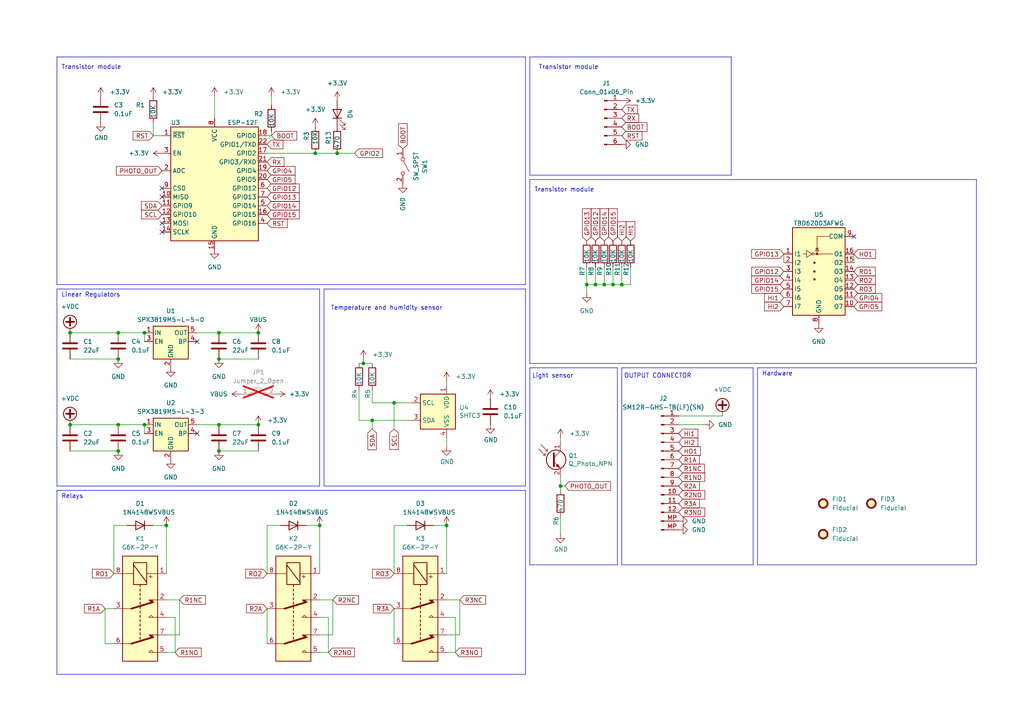
<source format=kicad_sch>
(kicad_sch (version 20230121) (generator eeschema)
  (paper "A4")
  (lib_symbols
    (symbol "Connector:Conn_01x06_Pin" (pin_names (offset 1.016) hide)
      (property "Reference" "J" (at 0 7.62 0))
      (property "Value" "Conn_01x06_Pin" (at 0 -10.16 0))
      (symbol "Conn_01x06_Pin_1_1"
        (pin passive line (at 5.08 5.08 180) (length 3.81) (name "Pin_1") (number "1"))
        (pin passive line (at 5.08 2.54 180) (length 3.81) (name "Pin_2") (number "2"))
        (pin passive line (at 5.08 0 180) (length 3.81) (name "Pin_3") (number "3"))
        (pin passive line (at 5.08 -2.54 180) (length 3.81) (name "Pin_4") (number "4"))
        (pin passive line (at 5.08 -5.08 180) (length 3.81) (name "Pin_5") (number "5"))
        (pin passive line (at 5.08 -7.62 180) (length 3.81) (name "Pin_6") (number "6"))
      )
    )
    (symbol "Connector:Conn_01x14_Pin" (pin_names (offset 1.016) hide)
      (property "Reference" "J" (at 0 17.78 0))
      (property "Value" "Conn_01x14_Pin" (at 0 -20.32 0))
      (symbol "Conn_01x14_Pin_1_1"
        (pin passive line (at 5.08 15.24 180) (length 3.81) (name "Pin_1") (number "1"))
        (pin passive line (at 5.08 -7.62 180) (length 3.81) (name "Pin_10") (number "10"))
        (pin passive line (at 5.08 -10.16 180) (length 3.81) (name "Pin_11") (number "11"))
        (pin passive line (at 5.08 -12.7 180) (length 3.81) (name "Pin_12") (number "12"))
        (pin passive line (at 5.08 12.7 180) (length 3.81) (name "Pin_2") (number "2"))
        (pin passive line (at 5.08 10.16 180) (length 3.81) (name "Pin_3") (number "3"))
        (pin passive line (at 5.08 7.62 180) (length 3.81) (name "Pin_4") (number "4"))
        (pin passive line (at 5.08 5.08 180) (length 3.81) (name "Pin_5") (number "5"))
        (pin passive line (at 5.08 2.54 180) (length 3.81) (name "Pin_6") (number "6"))
        (pin passive line (at 5.08 0 180) (length 3.81) (name "Pin_7") (number "7"))
        (pin passive line (at 5.08 -2.54 180) (length 3.81) (name "Pin_8") (number "8"))
        (pin passive line (at 5.08 -5.08 180) (length 3.81) (name "Pin_9") (number "9"))
        (pin passive line (at 5.08 -15.24 180) (length 3.81) (name "Pin_13") (number "MP"))
        (pin passive line (at 5.08 -17.78 180) (length 3.81) (name "Pin_14") (number "MP"))
      )
    )
    (symbol "Device:C" (pin_numbers hide) (pin_names (offset 0.254))
      (property "Reference" "C" (at 0.635 2.54 0))
      (property "Value" "C" (at 0.635 -2.54 0))
      (symbol "C_1_1"
        (pin passive line (at 0 3.81 270) (length 2.794) (name "~") (number "1"))
        (pin passive line (at 0 -3.81 90) (length 2.794) (name "~") (number "2"))
      )
    )
    (symbol "Device:LED" (pin_numbers hide) (pin_names (offset 1.016) hide)
      (property "Reference" "D" (at 0 2.54 0))
      (property "Value" "LED" (at 0 -2.54 0))
      (symbol "LED_1_1"
        (pin passive line (at -3.81 0 0) (length 2.54) (name "K") (number "1"))
        (pin passive line (at 3.81 0 180) (length 2.54) (name "A") (number "2"))
      )
    )
    (symbol "Device:Q_Photo_NPN" (pin_names (offset 0) hide)
      (property "Reference" "Q" (at 5.08 1.27 0))
      (property "Value" "Q_Photo_NPN" (at 5.08 -1.27 0))
      (symbol "Q_Photo_NPN_1_1"
        (pin passive line (at 2.54 5.08 270) (length 2.54) (name "C") (number "1"))
        (pin passive line (at 2.54 -5.08 90) (length 2.54) (name "E") (number "2"))
      )
    )
    (symbol "Device:R" (pin_numbers hide) (pin_names (offset 0))
      (property "Reference" "R" (at 2.032 0 90))
      (property "Value" "R" (at 0 0 90))
      (symbol "R_1_1"
        (pin passive line (at 0 3.81 270) (length 1.27) (name "~") (number "1"))
        (pin passive line (at 0 -3.81 90) (length 1.27) (name "~") (number "2"))
      )
    )
    (symbol "Diode:1N4148WS" (pin_numbers hide) (pin_names hide)
      (property "Reference" "D" (at 0 2.54 0))
      (property "Value" "1N4148WS" (at 0 -2.54 0))
      (symbol "1N4148WS_1_1"
        (pin passive line (at -3.81 0 0) (length 2.54) (name "K") (number "1"))
        (pin passive line (at 3.81 0 180) (length 2.54) (name "A") (number "2"))
      )
    )
    (symbol "Jumper:Jumper_2_Open" (pin_names (offset 0) hide)
      (property "Reference" "JP" (at 0 2.794 0))
      (property "Value" "Jumper_2_Open" (at 0 -2.286 0))
      (symbol "Jumper_2_Open_1_1"
        (pin passive line (at -5.08 0 0) (length 2.54) (name "A") (number "1"))
        (pin passive line (at 5.08 0 180) (length 2.54) (name "B") (number "2"))
      )
    )
    (symbol "Mechanical:Fiducial"
      (property "Reference" "FID" (at 0 5.08 0))
      (property "Value" "Fiducial" (at 0 3.175 0))
    )
    (symbol "RF_Module:ESP-12F"
      (property "Reference" "U" (at -12.7 19.05 0))
      (property "Value" "ESP-12F" (at 12.7 19.05 0))
      (symbol "ESP-12F_1_1"
        (pin input line (at -15.24 15.24 0) (length 2.54) (name "~{RST}") (number "1"))
        (pin bidirectional line (at -15.24 -2.54 0) (length 2.54) (name "MISO") (number "10"))
        (pin bidirectional line (at -15.24 -5.08 0) (length 2.54) (name "GPIO9") (number "11"))
        (pin bidirectional line (at -15.24 -7.62 0) (length 2.54) (name "GPIO10") (number "12"))
        (pin bidirectional line (at -15.24 -10.16 0) (length 2.54) (name "MOSI") (number "13"))
        (pin bidirectional line (at -15.24 -12.7 0) (length 2.54) (name "SCLK") (number "14"))
        (pin power_in line (at 0 -17.78 90) (length 2.54) (name "GND") (number "15"))
        (pin bidirectional line (at 15.24 -7.62 180) (length 2.54) (name "GPIO15") (number "16"))
        (pin bidirectional line (at 15.24 10.16 180) (length 2.54) (name "GPIO2") (number "17"))
        (pin bidirectional line (at 15.24 15.24 180) (length 2.54) (name "GPIO0") (number "18"))
        (pin bidirectional line (at 15.24 5.08 180) (length 2.54) (name "GPIO4") (number "19"))
        (pin input line (at -15.24 5.08 0) (length 2.54) (name "ADC") (number "2"))
        (pin bidirectional line (at 15.24 2.54 180) (length 2.54) (name "GPIO5") (number "20"))
        (pin bidirectional line (at 15.24 7.62 180) (length 2.54) (name "GPIO3/RXD") (number "21"))
        (pin bidirectional line (at 15.24 12.7 180) (length 2.54) (name "GPIO1/TXD") (number "22"))
        (pin input line (at -15.24 10.16 0) (length 2.54) (name "EN") (number "3"))
        (pin bidirectional line (at 15.24 -10.16 180) (length 2.54) (name "GPIO16") (number "4"))
        (pin bidirectional line (at 15.24 -5.08 180) (length 2.54) (name "GPIO14") (number "5"))
        (pin bidirectional line (at 15.24 0 180) (length 2.54) (name "GPIO12") (number "6"))
        (pin bidirectional line (at 15.24 -2.54 180) (length 2.54) (name "GPIO13") (number "7"))
        (pin power_in line (at 0 20.32 270) (length 2.54) (name "VCC") (number "8"))
        (pin input line (at -15.24 0 0) (length 2.54) (name "CS0") (number "9"))
      )
    )
    (symbol "Regulator_Linear:SPX3819M5-L-3-3" (pin_names (offset 0.254))
      (property "Reference" "U" (at -3.81 5.715 0))
      (property "Value" "SPX3819M5-L-3-3" (at 0 5.715 0))
      (symbol "SPX3819M5-L-3-3_1_1"
        (pin power_in line (at -7.62 2.54 0) (length 2.54) (name "IN") (number "1"))
        (pin power_in line (at 0 -7.62 90) (length 2.54) (name "GND") (number "2"))
        (pin input line (at -7.62 0 0) (length 2.54) (name "EN") (number "3"))
        (pin input line (at 7.62 0 180) (length 2.54) (name "BP") (number "4"))
        (pin power_out line (at 7.62 2.54 180) (length 2.54) (name "OUT") (number "5"))
      )
    )
    (symbol "Regulator_Linear:SPX3819M5-L-5-0" (pin_names (offset 0.254))
      (property "Reference" "U" (at -3.81 5.715 0))
      (property "Value" "SPX3819M5-L-5-0" (at 0 5.715 0))
      (symbol "SPX3819M5-L-5-0_1_1"
        (pin power_in line (at -7.62 2.54 0) (length 2.54) (name "IN") (number "1"))
        (pin power_in line (at 0 -7.62 90) (length 2.54) (name "GND") (number "2"))
        (pin input line (at -7.62 0 0) (length 2.54) (name "EN") (number "3"))
        (pin input line (at 7.62 0 180) (length 2.54) (name "BP") (number "4"))
        (pin power_out line (at 7.62 2.54 180) (length 2.54) (name "OUT") (number "5"))
      )
    )
    (symbol "Relay:G6K-2"
      (property "Reference" "K" (at 16.51 3.81 0))
      (property "Value" "G6K-2" (at 16.51 1.27 0))
      (symbol "G6K-2_0_0"
        (text "+" (at -9.271 2.921 0) (effects (font (size 1.27 1.27))))
      )
      (symbol "G6K-2_1_1"
        (pin passive line (at -10.16 7.62 270) (length 2.54) (name "~") (number "1"))
        (pin passive line (at -2.54 7.62 270) (length 2.54) (name "~") (number "2"))
        (pin passive line (at 0 -7.62 90) (length 2.54) (name "~") (number "3"))
        (pin passive line (at 2.54 7.62 270) (length 2.54) (name "~") (number "4"))
        (pin passive line (at 12.7 7.62 270) (length 2.54) (name "~") (number "5"))
        (pin passive line (at 10.16 -7.62 90) (length 2.54) (name "~") (number "6"))
        (pin passive line (at 7.62 7.62 270) (length 2.54) (name "~") (number "7"))
        (pin passive line (at -10.16 -7.62 90) (length 2.54) (name "~") (number "8"))
      )
    )
    (symbol "Sensor_Humidity:SHTC3"
      (property "Reference" "U" (at -3.81 6.35 0))
      (property "Value" "SHTC3" (at -2.54 -6.35 0))
      (symbol "SHTC3_1_1"
        (pin power_in line (at 2.54 7.62 270) (length 2.54) (name "VDD") (number "1"))
        (pin input line (at -7.62 2.54 0) (length 2.54) (name "SCL") (number "2"))
        (pin bidirectional line (at -7.62 -2.54 0) (length 2.54) (name "SDA") (number "3"))
        (pin power_in line (at 2.54 -7.62 90) (length 2.54) (name "VSS") (number "4"))
        (pin no_connect line (at 5.08 0 180) (length 2.54) hide (name "NC") (number "5"))
      )
    )
    (symbol "Switch:SW_SPST" (pin_names (offset 0) hide)
      (property "Reference" "SW" (at 0 3.175 0))
      (property "Value" "SW_SPST" (at 0 -2.54 0))
      (symbol "SW_SPST_1_1"
        (pin passive line (at -5.08 0 0) (length 2.54) (name "A") (number "1"))
        (pin passive line (at 5.08 0 180) (length 2.54) (name "B") (number "2"))
      )
    )
    (symbol "Transistor_Array:ULN2003A"
      (property "Reference" "U" (at 0 15.875 0))
      (property "Value" "ULN2003A" (at 0 13.97 0))
      (symbol "ULN2003A_1_1"
        (pin input line (at -10.16 5.08 0) (length 2.54) (name "I1") (number "1"))
        (pin open_collector line (at 10.16 -10.16 180) (length 2.54) (name "O7") (number "10"))
        (pin open_collector line (at 10.16 -7.62 180) (length 2.54) (name "O6") (number "11"))
        (pin open_collector line (at 10.16 -5.08 180) (length 2.54) (name "O5") (number "12"))
        (pin open_collector line (at 10.16 -2.54 180) (length 2.54) (name "O4") (number "13"))
        (pin open_collector line (at 10.16 0 180) (length 2.54) (name "O3") (number "14"))
        (pin open_collector line (at 10.16 2.54 180) (length 2.54) (name "O2") (number "15"))
        (pin open_collector line (at 10.16 5.08 180) (length 2.54) (name "O1") (number "16"))
        (pin input line (at -10.16 2.54 0) (length 2.54) (name "I2") (number "2"))
        (pin input line (at -10.16 0 0) (length 2.54) (name "I3") (number "3"))
        (pin input line (at -10.16 -2.54 0) (length 2.54) (name "I4") (number "4"))
        (pin input line (at -10.16 -5.08 0) (length 2.54) (name "I5") (number "5"))
        (pin input line (at -10.16 -7.62 0) (length 2.54) (name "I6") (number "6"))
        (pin input line (at -10.16 -10.16 0) (length 2.54) (name "I7") (number "7"))
        (pin power_in line (at 0 -15.24 90) (length 2.54) (name "GND") (number "8"))
        (pin passive line (at 10.16 10.16 180) (length 2.54) (name "COM") (number "9"))
      )
    )
    (symbol "power:+3.3V" (power) (pin_names (offset 0))
      (property "Value" "+3.3V" (at 0 3.556 0))
      (symbol "+3.3V_1_1"
        (pin power_in line (at 0 0 90) (length 0) hide (name "+3.3V") (number "1"))
      )
    )
    (symbol "power:+VDC" (power) (pin_names (offset 0))
      (property "Value" "+VDC" (at 0 6.35 0))
      (symbol "+VDC_1_1"
        (pin power_in line (at 0 0 90) (length 0) hide (name "+VDC") (number "1"))
      )
    )
    (symbol "power:GND" (power) (pin_names (offset 0))
      (property "Value" "GND" (at 0 -3.81 0))
      (symbol "GND_1_1"
        (pin power_in line (at 0 0 270) (length 0) hide (name "GND") (number "1"))
      )
    )
    (symbol "power:VBUS" (power) (pin_names (offset 0))
      (property "Value" "VBUS" (at 0 3.81 0))
      (symbol "VBUS_1_1"
        (pin power_in line (at 0 0 90) (length 0) hide (name "VBUS") (number "1"))
      )
    )
  )
  (junction (at 63.5 104.14))
  (junction (at 74.93 96.52))
  (junction (at 63.5 123.19))
  (junction (at 20.32 123.19))
  (junction (at 34.29 123.19))
  (junction (at 63.5 96.52))
  (junction (at 34.29 96.52))
  (junction (at 170.18 82.55))
  (junction (at 175.26 82.55))
  (junction (at 107.95 121.92))
  (junction (at 63.5 130.81))
  (junction (at 34.29 104.14))
  (junction (at 48.26 152.4))
  (junction (at 34.29 130.81))
  (junction (at 41.91 123.19))
  (junction (at 74.93 123.19))
  (junction (at 180.34 82.55))
  (junction (at 20.32 96.52))
  (junction (at 41.91 96.52))
  (junction (at 172.72 82.55))
  (junction (at 97.79 44.45))
  (junction (at 177.8 82.55))
  (junction (at 129.54 152.4))
  (junction (at 91.44 44.45))
  (junction (at 105.41 105.41))
  (junction (at 162.56 140.97))
  (junction (at 92.71 152.4))
  (junction (at 114.3 116.84))
  (no_connect (at 46.99 64.77))
  (no_connect (at 46.99 67.31))
  (no_connect (at 247.65 68.58))
  (no_connect (at 46.99 57.15))
  (no_connect (at 57.15 99.06))
  (no_connect (at 46.99 54.61))
  (no_connect (at 57.15 125.73))
  (polyline (pts (xy 153.67 106.68) (xy 153.67 163.83)))
  (polyline (pts (xy 152.4 16.51) (xy 152.4 82.55)))
  (polyline (pts (xy 153.67 16.51) (xy 153.67 50.8)))
  (wire (pts (xy 95.25 189.23) (xy 92.71 189.23)))
  (wire (pts (xy 34.29 123.19) (xy 41.91 123.19)))
  (polyline (pts (xy 152.4 87.63) (xy 152.4 140.97)))
  (wire (pts (xy 129.54 110.49) (xy 129.54 111.76)))
  (wire (pts (xy 129.54 166.37) (xy 129.54 152.4)))
  (wire (pts (xy 20.32 123.19) (xy 34.29 123.19)))
  (wire (pts (xy 163.83 140.97) (xy 162.56 140.97)))
  (polyline (pts (xy 179.07 106.68) (xy 153.67 106.68)))
  (wire (pts (xy 105.41 105.41) (xy 107.95 105.41)))
  (wire (pts (xy 170.18 82.55) (xy 172.72 82.55)))
  (wire (pts (xy 132.08 189.23) (xy 129.54 189.23)))
  (wire (pts (xy 162.56 138.43) (xy 162.56 140.97)))
  (polyline (pts (xy 152.4 82.55) (xy 16.51 82.55)))
  (wire (pts (xy 92.71 166.37) (xy 92.71 152.4)))
  (polyline (pts (xy 219.71 106.68) (xy 219.71 163.83)))
  (wire (pts (xy 129.54 184.15) (xy 133.35 184.15)))
  (wire (pts (xy 162.56 140.97) (xy 162.56 142.24)))
  (polyline (pts (xy 218.44 106.68) (xy 218.44 163.83)))
  (wire (pts (xy 119.38 116.84) (xy 114.3 116.84)))
  (wire (pts (xy 20.32 130.81) (xy 34.29 130.81)))
  (wire (pts (xy 227.33 73.66) (xy 227.33 76.2)))
  (wire (pts (xy 107.95 121.92) (xy 107.95 124.46)))
  (wire (pts (xy 105.41 104.14) (xy 105.41 105.41)))
  (polyline (pts (xy 153.67 50.8) (xy 212.09 50.8)))
  (wire (pts (xy 162.56 149.86) (xy 162.56 154.94)))
  (polyline (pts (xy 92.71 83.82) (xy 16.51 83.82)))
  (wire (pts (xy 119.38 121.92) (xy 107.95 121.92)))
  (wire (pts (xy 57.15 96.52) (xy 63.5 96.52)))
  (wire (pts (xy 20.32 96.52) (xy 34.29 96.52)))
  (wire (pts (xy 172.72 77.47) (xy 172.72 82.55)))
  (wire (pts (xy 247.65 73.66) (xy 247.65 76.2)))
  (polyline (pts (xy 92.71 83.82) (xy 92.71 140.97)))
  (wire (pts (xy 129.54 127) (xy 129.54 129.54)))
  (wire (pts (xy 182.88 77.47) (xy 182.88 82.55)))
  (wire (pts (xy 107.95 121.92) (xy 104.14 121.92)))
  (wire (pts (xy 92.71 179.07) (xy 95.25 179.07)))
  (wire (pts (xy 62.23 27.94) (xy 62.23 34.29)))
  (wire (pts (xy 118.11 152.4) (xy 114.3 152.4)))
  (wire (pts (xy 177.8 77.47) (xy 177.8 82.55)))
  (wire (pts (xy 48.26 184.15) (xy 52.07 184.15)))
  (wire (pts (xy 48.26 179.07) (xy 50.8 179.07)))
  (polyline (pts (xy 152.4 142.24) (xy 152.4 195.58)))
  (polyline (pts (xy 218.44 163.83) (xy 180.34 163.83)))
  (wire (pts (xy 48.26 166.37) (xy 48.26 152.4)))
  (wire (pts (xy 52.07 173.99) (xy 52.07 184.15)))
  (wire (pts (xy 175.26 82.55) (xy 177.8 82.55)))
  (polyline (pts (xy 152.4 16.51) (xy 16.51 16.51)))
  (polyline (pts (xy 283.21 106.68) (xy 219.71 106.68)))
  (wire (pts (xy 81.28 152.4) (xy 77.47 152.4)))
  (wire (pts (xy 132.08 179.07) (xy 132.08 189.23)))
  (polyline (pts (xy 283.21 105.41) (xy 153.67 105.41)))
  (wire (pts (xy 78.74 39.37) (xy 77.47 39.37)))
  (polyline (pts (xy 93.98 83.82) (xy 93.98 140.97)))
  (wire (pts (xy 102.87 44.45) (xy 97.79 44.45)))
  (wire (pts (xy 177.8 82.55) (xy 180.34 82.55)))
  (wire (pts (xy 57.15 123.19) (xy 63.5 123.19)))
  (wire (pts (xy 170.18 77.47) (xy 170.18 82.55)))
  (wire (pts (xy 175.26 77.47) (xy 175.26 82.55)))
  (polyline (pts (xy 283.21 163.83) (xy 219.71 163.83)))
  (wire (pts (xy 114.3 116.84) (xy 107.95 116.84)))
  (polyline (pts (xy 180.34 106.68) (xy 180.34 163.83)))
  (wire (pts (xy 52.07 173.99) (xy 48.26 173.99)))
  (wire (pts (xy 30.48 176.53) (xy 30.48 186.69)))
  (wire (pts (xy 50.8 179.07) (xy 50.8 189.23)))
  (wire (pts (xy 180.34 82.55) (xy 182.88 82.55)))
  (wire (pts (xy 114.3 116.84) (xy 114.3 124.46)))
  (polyline (pts (xy 152.4 195.58) (xy 16.51 195.58)))
  (wire (pts (xy 63.5 123.19) (xy 74.93 123.19)))
  (wire (pts (xy 104.14 105.41) (xy 105.41 105.41)))
  (polyline (pts (xy 16.51 142.24) (xy 16.51 195.58)))
  (wire (pts (xy 114.3 152.4) (xy 114.3 166.37)))
  (wire (pts (xy 50.8 189.23) (xy 48.26 189.23)))
  (wire (pts (xy 78.74 39.37) (xy 78.74 38.1)))
  (wire (pts (xy 63.5 130.81) (xy 74.93 130.81)))
  (polyline (pts (xy 152.4 83.82) (xy 152.4 87.63)))
  (wire (pts (xy 63.5 96.52) (xy 74.93 96.52)))
  (wire (pts (xy 41.91 123.19) (xy 41.91 125.73)))
  (polyline (pts (xy 212.09 16.51) (xy 153.67 16.51)))
  (wire (pts (xy 170.18 82.55) (xy 170.18 85.09)))
  (wire (pts (xy 34.29 96.52) (xy 41.91 96.52)))
  (polyline (pts (xy 283.21 52.07) (xy 283.21 105.41)))
  (polyline (pts (xy 283.21 106.68) (xy 283.21 163.83)))
  (wire (pts (xy 133.35 173.99) (xy 129.54 173.99)))
  (polyline (pts (xy 218.44 106.68) (xy 180.34 106.68)))
  (wire (pts (xy 36.83 152.4) (xy 33.02 152.4)))
  (wire (pts (xy 162.56 127) (xy 162.56 128.27)))
  (wire (pts (xy 20.32 104.14) (xy 34.29 104.14)))
  (wire (pts (xy 196.85 120.65) (xy 209.55 120.65)))
  (polyline (pts (xy 179.07 163.83) (xy 153.67 163.83)))
  (wire (pts (xy 78.74 27.94) (xy 78.74 30.48)))
  (wire (pts (xy 63.5 104.14) (xy 74.93 104.14)))
  (wire (pts (xy 33.02 176.53) (xy 30.48 176.53)))
  (wire (pts (xy 88.9 152.4) (xy 92.71 152.4)))
  (wire (pts (xy 95.25 179.07) (xy 95.25 189.23)))
  (wire (pts (xy 129.54 179.07) (xy 132.08 179.07)))
  (polyline (pts (xy 92.71 140.97) (xy 16.51 140.97)))
  (polyline (pts (xy 212.09 50.8) (xy 212.09 16.51)))
  (wire (pts (xy 125.73 152.4) (xy 129.54 152.4)))
  (polyline (pts (xy 153.67 52.07) (xy 153.67 105.41)))
  (polyline (pts (xy 152.4 83.82) (xy 93.98 83.82)))
  (wire (pts (xy 96.52 173.99) (xy 96.52 184.15)))
  (wire (pts (xy 92.71 184.15) (xy 96.52 184.15)))
  (polyline (pts (xy 16.51 83.82) (xy 16.51 140.97)))
  (wire (pts (xy 77.47 44.45) (xy 91.44 44.45)))
  (wire (pts (xy 41.91 96.52) (xy 41.91 99.06)))
  (wire (pts (xy 204.47 123.19) (xy 196.85 123.19)))
  (wire (pts (xy 44.45 152.4) (xy 48.26 152.4)))
  (wire (pts (xy 104.14 113.03) (xy 104.14 121.92)))
  (wire (pts (xy 33.02 152.4) (xy 33.02 166.37)))
  (polyline (pts (xy 16.51 16.51) (xy 16.51 82.55)))
  (polyline (pts (xy 179.07 106.68) (xy 179.07 163.83)))
  (wire (pts (xy 30.48 186.69) (xy 33.02 186.69)))
  (wire (pts (xy 107.95 113.03) (xy 107.95 116.84)))
  (wire (pts (xy 133.35 173.99) (xy 133.35 184.15)))
  (wire (pts (xy 44.45 39.37) (xy 44.45 35.56)))
  (wire (pts (xy 114.3 176.53) (xy 114.3 186.69)))
  (wire (pts (xy 46.99 39.37) (xy 44.45 39.37)))
  (wire (pts (xy 96.52 173.99) (xy 92.71 173.99)))
  (polyline (pts (xy 152.4 140.97) (xy 93.98 140.97)))
  (wire (pts (xy 77.47 176.53) (xy 77.47 186.69)))
  (wire (pts (xy 77.47 152.4) (xy 77.47 166.37)))
  (wire (pts (xy 97.79 44.45) (xy 91.44 44.45)))
  (polyline (pts (xy 283.21 52.07) (xy 153.67 52.07)))
  (wire (pts (xy 172.72 82.55) (xy 175.26 82.55)))
  (polyline (pts (xy 152.4 142.24) (xy 16.51 142.24)))
  (wire (pts (xy 180.34 77.47) (xy 180.34 82.55)))
  (text "Transistor module" (at 154.94 55.88 0) (effects (font (size 1.27 1.27)) (justify left bottom)))
  (text "Linear Regulators" (at 17.78 86.36 0) (effects (font (size 1.27 1.27)) (justify left bottom)))
  (text "Hardware" (at 220.98 109.22 0) (effects (font (size 1.27 1.27)) (justify left bottom)))
  (text "Transistor module" (at 17.78 20.32 0) (effects (font (size 1.27 1.27)) (justify left bottom)))
  (text "OUTPUT CONNECTOR\n" (at 180.975 109.855 0) (effects (font (size 1.27 1.27)) (justify left bottom)))
  (text "Temperature and humidity sensor" (at 95.885 90.17 0) (effects (font (size 1.27 1.27)) (justify left bottom)))
  (text "Transistor module" (at 156.21 20.32 0) (effects (font (size 1.27 1.27)) (justify left bottom)))
  (text "Relays" (at 17.78 144.78 0) (effects (font (size 1.27 1.27)) (justify left bottom)))
  (text "Light sensor" (at 154.305 109.855 0) (effects (font (size 1.27 1.27)) (justify left bottom)))
  (global_label "GPIO4" (shape input) (at 247.65 86.36 0) (property "Intersheetrefs" "${INTERSHEET_REFS}" (effects hide)))
  (global_label "HI2" (shape input) (at 227.33 88.9 180) (property "Intersheetrefs" "${INTERSHEET_REFS}" (effects hide)))
  (global_label "RO3" (shape input) (at 114.3 166.37 180) (property "Intersheetrefs" "${INTERSHEET_REFS}" (effects hide)))
  (global_label "TX" (shape input) (at 77.47 41.91 0) (property "Intersheetrefs" "${INTERSHEET_REFS}" (effects hide)))
  (global_label "PHOTO_OUT" (shape input) (at 163.83 140.97 0) (property "Intersheetrefs" "${INTERSHEET_REFS}" (effects hide)))
  (global_label "HI2" (shape input) (at 196.85 128.27 0) (property "Intersheetrefs" "${INTERSHEET_REFS}" (effects hide)))
  (global_label "R2NC" (shape input) (at 96.52 173.99 0) (property "Intersheetrefs" "${INTERSHEET_REFS}" (effects hide)))
  (global_label "RO1" (shape input) (at 33.02 166.37 180) (property "Intersheetrefs" "${INTERSHEET_REFS}" (effects hide)))
  (global_label "GPIO14" (shape input) (at 227.33 81.28 180) (property "Intersheetrefs" "${INTERSHEET_REFS}" (effects hide)))
  (global_label "GPIO15" (shape input) (at 77.47 62.23 0) (property "Intersheetrefs" "${INTERSHEET_REFS}" (effects hide)))
  (global_label "R3NC" (shape input) (at 133.35 173.99 0) (property "Intersheetrefs" "${INTERSHEET_REFS}" (effects hide)))
  (global_label "HI1" (shape input) (at 196.85 125.73 0) (property "Intersheetrefs" "${INTERSHEET_REFS}" (effects hide)))
  (global_label "TX" (shape input) (at 180.34 31.75 0) (property "Intersheetrefs" "${INTERSHEET_REFS}" (effects hide)))
  (global_label "PHOTO_OUT" (shape input) (at 46.99 49.53 180) (property "Intersheetrefs" "${INTERSHEET_REFS}" (effects hide)))
  (global_label "R3NO" (shape input) (at 132.08 189.23 0) (property "Intersheetrefs" "${INTERSHEET_REFS}" (effects hide)))
  (global_label "R1NC" (shape input) (at 52.07 173.99 0) (property "Intersheetrefs" "${INTERSHEET_REFS}" (effects hide)))
  (global_label "SCL" (shape input) (at 46.99 62.23 180) (property "Intersheetrefs" "${INTERSHEET_REFS}" (effects hide)))
  (global_label "GPIO13" (shape input) (at 170.18 69.85 90) (property "Intersheetrefs" "${INTERSHEET_REFS}" (effects hide)))
  (global_label "R1NC" (shape input) (at 196.85 135.89 0) (property "Intersheetrefs" "${INTERSHEET_REFS}" (effects hide)))
  (global_label "R1A" (shape input) (at 30.48 176.53 180) (property "Intersheetrefs" "${INTERSHEET_REFS}" (effects hide)))
  (global_label "R2NO" (shape input) (at 95.25 189.23 0) (property "Intersheetrefs" "${INTERSHEET_REFS}" (effects hide)))
  (global_label "HO1" (shape input) (at 196.85 130.81 0) (property "Intersheetrefs" "${INTERSHEET_REFS}" (effects hide)))
  (global_label "BOOT" (shape input) (at 78.74 39.37 0) (property "Intersheetrefs" "${INTERSHEET_REFS}" (effects hide)))
  (global_label "HO1" (shape input) (at 247.65 73.66 0) (property "Intersheetrefs" "${INTERSHEET_REFS}" (effects hide)))
  (global_label "R2A" (shape input) (at 77.47 176.53 180) (property "Intersheetrefs" "${INTERSHEET_REFS}" (effects hide)))
  (global_label "RX" (shape input) (at 180.34 34.29 0) (property "Intersheetrefs" "${INTERSHEET_REFS}" (effects hide)))
  (global_label "R1NO" (shape input) (at 50.8 189.23 0) (property "Intersheetrefs" "${INTERSHEET_REFS}" (effects hide)))
  (global_label "R1NO" (shape input) (at 196.85 138.43 0) (property "Intersheetrefs" "${INTERSHEET_REFS}" (effects hide)))
  (global_label "R2NO" (shape input) (at 196.85 143.51 0) (property "Intersheetrefs" "${INTERSHEET_REFS}" (effects hide)))
  (global_label "GPIO12" (shape input) (at 227.33 78.74 180) (property "Intersheetrefs" "${INTERSHEET_REFS}" (effects hide)))
  (global_label "RO3" (shape input) (at 247.65 83.82 0) (property "Intersheetrefs" "${INTERSHEET_REFS}" (effects hide)))
  (global_label "R3A" (shape input) (at 196.85 146.05 0) (property "Intersheetrefs" "${INTERSHEET_REFS}" (effects hide)))
  (global_label "SCL" (shape input) (at 114.3 124.46 270) (property "Intersheetrefs" "${INTERSHEET_REFS}" (effects hide)))
  (global_label "GPIO5" (shape input) (at 77.47 52.07 0) (property "Intersheetrefs" "${INTERSHEET_REFS}" (effects hide)))
  (global_label "RST" (shape input) (at 180.34 39.37 0) (property "Intersheetrefs" "${INTERSHEET_REFS}" (effects hide)))
  (global_label "GPIO15" (shape input) (at 177.8 69.85 90) (property "Intersheetrefs" "${INTERSHEET_REFS}" (effects hide)))
  (global_label "RST" (shape input) (at 77.47 64.77 0) (property "Intersheetrefs" "${INTERSHEET_REFS}" (effects hide)))
  (global_label "HI1" (shape input) (at 182.88 69.85 90) (property "Intersheetrefs" "${INTERSHEET_REFS}" (effects hide)))
  (global_label "RX" (shape input) (at 77.47 46.99 0) (property "Intersheetrefs" "${INTERSHEET_REFS}" (effects hide)))
  (global_label "HI2" (shape input) (at 180.34 69.85 90) (property "Intersheetrefs" "${INTERSHEET_REFS}" (effects hide)))
  (global_label "RO1" (shape input) (at 247.65 78.74 0) (property "Intersheetrefs" "${INTERSHEET_REFS}" (effects hide)))
  (global_label "RO2" (shape input) (at 247.65 81.28 0) (property "Intersheetrefs" "${INTERSHEET_REFS}" (effects hide)))
  (global_label "GPIO12" (shape input) (at 77.47 54.61 0) (property "Intersheetrefs" "${INTERSHEET_REFS}" (effects hide)))
  (global_label "R3NO" (shape input) (at 196.85 148.59 0) (property "Intersheetrefs" "${INTERSHEET_REFS}" (effects hide)))
  (global_label "GPIO13" (shape input) (at 77.47 57.15 0) (property "Intersheetrefs" "${INTERSHEET_REFS}" (effects hide)))
  (global_label "RST" (shape input) (at 44.45 39.37 180) (property "Intersheetrefs" "${INTERSHEET_REFS}" (effects hide)))
  (global_label "SDA" (shape input) (at 107.95 124.46 270) (property "Intersheetrefs" "${INTERSHEET_REFS}" (effects hide)))
  (global_label "R1A" (shape input) (at 196.85 133.35 0) (property "Intersheetrefs" "${INTERSHEET_REFS}" (effects hide)))
  (global_label "R2A" (shape input) (at 196.85 140.97 0) (property "Intersheetrefs" "${INTERSHEET_REFS}" (effects hide)))
  (global_label "BOOT" (shape input) (at 180.34 36.83 0) (property "Intersheetrefs" "${INTERSHEET_REFS}" (effects hide)))
  (global_label "HI1" (shape input) (at 227.33 86.36 180) (property "Intersheetrefs" "${INTERSHEET_REFS}" (effects hide)))
  (global_label "GPIO12" (shape input) (at 172.72 69.85 90) (property "Intersheetrefs" "${INTERSHEET_REFS}" (effects hide)))
  (global_label "GPIO14" (shape input) (at 77.47 59.69 0) (property "Intersheetrefs" "${INTERSHEET_REFS}" (effects hide)))
  (global_label "GPIO4" (shape input) (at 77.47 49.53 0) (property "Intersheetrefs" "${INTERSHEET_REFS}" (effects hide)))
  (global_label "RO2" (shape input) (at 77.47 166.37 180) (property "Intersheetrefs" "${INTERSHEET_REFS}" (effects hide)))
  (global_label "R3A" (shape input) (at 114.3 176.53 180) (property "Intersheetrefs" "${INTERSHEET_REFS}" (effects hide)))
  (global_label "SDA" (shape input) (at 46.99 59.69 180) (property "Intersheetrefs" "${INTERSHEET_REFS}" (effects hide)))
  (global_label "GPIO13" (shape input) (at 227.33 73.66 180) (property "Intersheetrefs" "${INTERSHEET_REFS}" (effects hide)))
  (global_label "BOOT" (shape input) (at 116.84 43.18 90) (property "Intersheetrefs" "${INTERSHEET_REFS}" (effects hide)))
  (global_label "GPIO5" (shape input) (at 247.65 88.9 0) (property "Intersheetrefs" "${INTERSHEET_REFS}" (effects hide)))
  (global_label "GPIO14" (shape input) (at 175.26 69.85 90) (property "Intersheetrefs" "${INTERSHEET_REFS}" (effects hide)))
  (global_label "GPIO15" (shape input) (at 227.33 83.82 180) (property "Intersheetrefs" "${INTERSHEET_REFS}" (effects hide)))
  (global_label "GPIO2" (shape input) (at 102.87 44.45 0) (property "Intersheetrefs" "${INTERSHEET_REFS}" (effects hide)))
  (symbol (lib_id "power:GND") (at 34.29 130.81 0) (unit 1)
    (property "Reference" "#PWR06" (effects hide))
    (property "Value" "GND" (at 34.29 135.89 0))
  )
  (symbol (lib_id "Diode:1N4148WS") (at 40.64 152.4 180) (unit 1)
    (property "Reference" "D1" (at 40.64 146.05 0))
    (property "Value" "1N4148WS" (at 40.64 148.59 0))
    (property "Footprint" "Diode_SMD:D_SOD-323" (effects hide))
    (property "Datasheet" "https://www.vishay.com/docs/85751/1n4148ws.pdf" (effects hide))
    (property "LCSC Part #" "C2128" (effects hide))
  )
  (symbol (lib_id "power:+3.3V") (at 97.79 29.21 0) (unit 1)
    (property "Reference" "#PWR040" (effects hide))
    (property "Value" "+3.3V" (at 97.79 24.13 0))
  )
  (symbol (lib_id "Device:R") (at 175.26 73.66 0) (unit 1)
    (property "Reference" "R9" (at 173.99 80.01 90) (effects (justify left)))
    (property "Value" "10K" (at 175.26 76.2 90) (effects (justify left)))
    (property "Footprint" "Resistor_SMD:R_0603_1608Metric" (effects hide))
    (property "LCSC Part #" "C25804" (effects hide))
  )
  (symbol (lib_id "power:VBUS") (at 69.85 114.3 90) (unit 1)
    (property "Reference" "#PWR016" (effects hide))
    (property "Value" "VBUS" (at 66.04 114.3 90) (effects (justify left)))
  )
  (symbol (lib_id "Relay:G6K-2") (at 85.09 176.53 270) (unit 1)
    (property "Reference" "K2" (at 85.09 156.21 90))
    (property "Value" "G6K-2P-Y" (at 85.09 158.75 90))
    (property "Footprint" "Relay_THT:Relay_DPDT_Omron_G6K-2P-Y" (effects hide))
    (property "Datasheet" "http://omronfs.omron.com/en_US/ecb/products/pdf/en-g6k.pdf" (effects hide))
    (property "LCSC Part #" "C80087" (effects hide))
  )
  (symbol (lib_id "Device:C") (at 63.5 100.33 0) (unit 1)
    (property "Reference" "C6" (at 67.31 99.0599 0) (effects (justify left)))
    (property "Value" "22uF" (at 67.31 101.5999 0) (effects (justify left)))
    (property "Footprint" "Capacitor_SMD:C_0603_1608Metric" (effects hide))
    (property "LCSC Part #" "C96446 " (effects hide))
  )
  (symbol (lib_id "Mechanical:Fiducial") (at 238.76 146.05 0) (unit 1)
    (property "Reference" "FID1" (at 241.3 144.7799 0) (effects (justify left)))
    (property "Value" "Fiducial" (at 241.3 147.3199 0) (effects (justify left)))
    (property "Footprint" "Fiducial:Fiducial_1mm_Mask2mm" (effects hide))
  )
  (symbol (lib_id "power:VBUS") (at 129.54 152.4 0) (unit 1)
    (property "Reference" "#PWR027" (effects hide))
    (property "Value" "VBUS" (at 129.54 148.59 0))
  )
  (symbol (lib_id "power:+3.3V") (at 180.34 29.21 270) (unit 1)
    (property "Reference" "#PWR033" (effects hide))
    (property "Value" "+3.3V" (at 184.15 29.21 90) (effects (justify left)))
  )
  (symbol (lib_id "power:GND") (at 237.49 93.98 0) (unit 1)
    (property "Reference" "#PWR039" (effects hide))
    (property "Value" "GND" (at 237.49 99.06 0))
  )
  (symbol (lib_id "Sensor_Humidity:SHTC3") (at 127 119.38 0) (unit 1)
    (property "Reference" "U4" (at 133.1976 118.2116 0) (effects (justify left)))
    (property "Value" "SHTC3" (at 133.1976 120.523 0) (effects (justify left)))
    (property "Footprint" "Sensor_Humidity:Sensirion_DFN-4-1EP_2x2mm_P1mm_EP0.7x1.6mm" (effects hide))
    (property "Datasheet" "https://sensirion.com/media/documents/643F9C8E/63A5A436/Datasheet_SHTC3.pdf" (effects hide))
    (property "LCSC Part #" "C194656" (effects hide))
  )
  (symbol (lib_id "power:VBUS") (at 48.26 152.4 0) (unit 1)
    (property "Reference" "#PWR09" (effects hide))
    (property "Value" "VBUS" (at 48.26 148.59 0))
  )
  (symbol (lib_id "power:GND") (at 34.29 104.14 0) (unit 1)
    (property "Reference" "#PWR05" (effects hide))
    (property "Value" "GND" (at 34.29 109.22 0))
  )
  (symbol (lib_id "power:GND") (at 29.21 35.56 0) (unit 1)
    (property "Reference" "#PWR04" (effects hide))
    (property "Value" "GND" (at 29.337 39.9542 0))
  )
  (symbol (lib_id "power:GND") (at 62.23 72.39 0) (unit 1)
    (property "Reference" "#PWR013" (effects hide))
    (property "Value" "GND" (at 62.23 77.47 0))
  )
  (symbol (lib_id "Device:R") (at 177.8 73.66 0) (unit 1)
    (property "Reference" "R10" (at 176.53 80.01 90) (effects (justify left)))
    (property "Value" "10K" (at 177.8 76.2 90) (effects (justify left)))
    (property "Footprint" "Resistor_SMD:R_0603_1608Metric" (effects hide))
    (property "LCSC Part #" "C25804" (effects hide))
  )
  (symbol (lib_id "power:+3.3V") (at 74.93 123.19 0) (unit 1)
    (property "Reference" "#PWR018" (effects hide))
    (property "Value" "+3.3V" (at 77.47 121.9199 0) (effects (justify left)))
  )
  (symbol (lib_id "Mechanical:Fiducial") (at 238.76 154.94 0) (unit 1)
    (property "Reference" "FID2" (at 241.3 153.6699 0) (effects (justify left)))
    (property "Value" "Fiducial" (at 241.3 156.2099 0) (effects (justify left)))
    (property "Footprint" "Fiducial:Fiducial_1mm_Mask2mm" (effects hide))
  )
  (symbol (lib_id "power:+3.3V") (at 46.99 44.45 90) (unit 1)
    (property "Reference" "#PWR08" (effects hide))
    (property "Value" "+3.3V" (at 43.18 44.45 90) (effects (justify left)))
  )
  (symbol (lib_id "power:GND") (at 204.47 123.19 90) (unit 1)
    (property "Reference" "#PWR037" (effects hide))
    (property "Value" "GND" (at 208.28 123.19 90) (effects (justify right)))
  )
  (symbol (lib_id "power:GND") (at 196.85 153.67 90) (unit 1)
    (property "Reference" "#PWR036" (effects hide))
    (property "Value" "GND" (at 200.66 153.67 90) (effects (justify right)))
  )
  (symbol (lib_id "power:GND") (at 49.53 133.35 0) (unit 1)
    (property "Reference" "#PWR011" (effects hide))
    (property "Value" "GND" (at 49.53 138.43 0))
  )
  (symbol (lib_id "Regulator_Linear:SPX3819M5-L-5-0") (at 49.53 99.06 0) (unit 1)
    (property "Reference" "U1" (at 49.53 90.17 0))
    (property "Value" "SPX3819M5-L-5-0" (at 49.53 92.71 0))
    (property "Footprint" "Package_TO_SOT_SMD:SOT-23-5" (effects hide))
    (property "Datasheet" "https://www.exar.com/content/document.ashx?id=22106&languageid=1033&type=Datasheet&partnumber=SPX3819&filename=SPX3819.pdf&part=SPX3819" (effects hide))
    (property "LCSC Part #" "C13417" (effects hide))
  )
  (symbol (lib_id "power:+3.3V") (at 142.24 115.57 0) (unit 1)
    (property "Reference" "#PWR028" (effects hide))
    (property "Value" "+3.3V" (at 144.78 114.2999 0) (effects (justify left)))
  )
  (symbol (lib_id "Device:Q_Photo_NPN") (at 160.02 133.35 0) (unit 1)
    (property "Reference" "Q1" (at 164.846 132.1816 0) (effects (justify left)))
    (property "Value" "Q_Photo_NPN" (at 164.846 134.493 0) (effects (justify left)))
    (property "Footprint" "LED_SMD:LED_0603_1608Metric" (effects hide))
    (property "Datasheet" "https://datasheet.lcsc.com/lcsc/1806131537_Everlight-Elec-ALS-PT19-315C-L177-TR8_C146233.pdf" (effects hide))
    (property "LCSC Part #" "C146233" (effects hide))
  )
  (symbol (lib_id "Device:C") (at 20.32 127 0) (unit 1)
    (property "Reference" "C2" (at 24.13 125.7299 0) (effects (justify left)))
    (property "Value" "22uF" (at 24.13 128.2699 0) (effects (justify left)))
    (property "Footprint" "Capacitor_SMD:C_0603_1608Metric" (effects hide))
    (property "LCSC Part #" "C96446 " (effects hide))
  )
  (symbol (lib_id "Device:C") (at 34.29 127 180) (unit 1)
    (property "Reference" "C5" (at 38.1 125.73 0) (effects (justify right)))
    (property "Value" "0.1uF" (at 38.1 128.27 0) (effects (justify right)))
    (property "Footprint" "Capacitor_SMD:C_0603_1608Metric" (effects hide))
    (property "LCSC Part #" " C14663 " (effects hide))
  )
  (symbol (lib_id "power:GND") (at 170.18 85.09 0) (unit 1)
    (property "Reference" "#PWR032" (effects hide))
    (property "Value" "GND" (at 170.18 90.17 0))
  )
  (symbol (lib_id "Device:R") (at 182.88 73.66 0) (unit 1)
    (property "Reference" "R12" (at 181.61 80.01 90) (effects (justify left)))
    (property "Value" "10K" (at 182.88 76.2 90) (effects (justify left)))
    (property "Footprint" "Resistor_SMD:R_0603_1608Metric" (effects hide))
    (property "LCSC Part #" "C25804" (effects hide))
  )
  (symbol (lib_id "Device:R") (at 180.34 73.66 0) (unit 1)
    (property "Reference" "R11" (at 179.07 80.01 90) (effects (justify left)))
    (property "Value" "10K" (at 180.34 76.2 90) (effects (justify left)))
    (property "Footprint" "Resistor_SMD:R_0603_1608Metric" (effects hide))
    (property "LCSC Part #" "C25804" (effects hide))
  )
  (symbol (lib_id "Jumper:Jumper_2_Open") (at 74.93 114.3 0) (unit 1) (dnp yes)
    (property "Reference" "JP1" (at 74.93 107.95 0))
    (property "Value" "Jumper_2_Open" (at 74.93 110.49 0))
    (property "Footprint" "Resistor_SMD:R_0603_1608Metric" (effects hide))
    (property "LCSC Part #" "C21189" (effects hide))
  )
  (symbol (lib_id "Device:R") (at 44.45 31.75 0) (unit 1)
    (property "Reference" "R1" (at 39.37 30.48 0) (effects (justify left)))
    (property "Value" "10K" (at 44.45 34.29 90) (effects (justify left)))
    (property "Footprint" "Resistor_SMD:R_0603_1608Metric" (effects hide))
    (property "LCSC Part #" "C25804" (effects hide))
  )
  (symbol (lib_id "power:GND") (at 63.5 104.14 0) (unit 1)
    (property "Reference" "#PWR014" (effects hide))
    (property "Value" "GND" (at 63.5 109.22 0))
  )
  (symbol (lib_id "power:+3.3V") (at 129.54 110.49 0) (unit 1)
    (property "Reference" "#PWR025" (effects hide))
    (property "Value" "+3.3V" (at 132.08 109.2199 0) (effects (justify left)))
  )
  (symbol (lib_id "Device:C") (at 63.5 127 0) (unit 1)
    (property "Reference" "C7" (at 67.31 125.7299 0) (effects (justify left)))
    (property "Value" "22uF" (at 67.31 128.2699 0) (effects (justify left)))
    (property "Footprint" "Capacitor_SMD:C_0603_1608Metric" (effects hide))
    (property "LCSC Part #" "C96446 " (effects hide))
  )
  (symbol (lib_id "power:GND") (at 49.53 106.68 0) (unit 1)
    (property "Reference" "#PWR010" (effects hide))
    (property "Value" "GND" (at 49.53 111.76 0))
  )
  (symbol (lib_id "Device:C") (at 29.21 31.75 0) (unit 1)
    (property "Reference" "C3" (at 33.02 30.48 0) (effects (justify left)))
    (property "Value" "0.1uF" (at 33.02 33.02 0) (effects (justify left)))
    (property "Footprint" "Capacitor_SMD:C_0603_1608Metric" (effects hide))
    (property "LCSC Part #" " C14663 " (effects hide))
  )
  (symbol (lib_id "power:GND") (at 142.24 123.19 0) (unit 1)
    (property "Reference" "#PWR029" (effects hide))
    (property "Value" "GND" (at 142.367 127.5842 0))
  )
  (symbol (lib_id "power:+3.3V") (at 162.56 127 0) (unit 1)
    (property "Reference" "#PWR030" (effects hide))
    (property "Value" "+3.3V" (at 165.1 125.7299 0) (effects (justify left)))
  )
  (symbol (lib_id "power:+VDC") (at 20.32 123.19 0) (unit 1)
    (property "Reference" "#PWR02" (effects hide))
    (property "Value" "+VDC" (at 20.32 115.57 0))
  )
  (symbol (lib_id "Device:R") (at 104.14 109.22 0) (unit 1)
    (property "Reference" "R4" (at 102.87 115.57 90) (effects (justify left)))
    (property "Value" "10K" (at 104.14 111.76 90) (effects (justify left)))
    (property "Footprint" "Resistor_SMD:R_0603_1608Metric" (effects hide))
    (property "LCSC Part #" "C25804" (effects hide))
  )
  (symbol (lib_id "power:+3.3V") (at 105.41 104.14 0) (unit 1)
    (property "Reference" "#PWR023" (effects hide))
    (property "Value" "+3.3V" (at 107.95 102.8699 0) (effects (justify left)))
  )
  (symbol (lib_id "Device:R") (at 162.56 146.05 0) (unit 1)
    (property "Reference" "R6" (at 161.29 152.4 90) (effects (justify left)))
    (property "Value" "470" (at 162.56 148.59 90) (effects (justify left)))
    (property "Footprint" "Resistor_SMD:R_0603_1608Metric" (effects hide))
    (property "LCSC Part #" "C23179" (effects hide))
  )
  (symbol (lib_id "Relay:G6K-2") (at 121.92 176.53 270) (unit 1)
    (property "Reference" "K3" (at 121.92 156.21 90))
    (property "Value" "G6K-2P-Y" (at 121.92 158.75 90))
    (property "Footprint" "Relay_THT:Relay_DPDT_Omron_G6K-2P-Y" (effects hide))
    (property "Datasheet" "http://omronfs.omron.com/en_US/ecb/products/pdf/en-g6k.pdf" (effects hide))
    (property "LCSC Part #" "C80087" (effects hide))
  )
  (symbol (lib_id "Device:C") (at 74.93 100.33 0) (unit 1)
    (property "Reference" "C8" (at 78.74 99.06 0) (effects (justify left)))
    (property "Value" "0.1uF" (at 78.74 101.6 0) (effects (justify left)))
    (property "Footprint" "Capacitor_SMD:C_0603_1608Metric" (effects hide))
    (property "LCSC Part #" " C14663 " (effects hide))
  )
  (symbol (lib_id "power:GND") (at 162.56 154.94 0) (unit 1)
    (property "Reference" "#PWR031" (effects hide))
    (property "Value" "GND" (at 162.687 159.3342 0))
  )
  (symbol (lib_id "power:+3.3V") (at 80.01 114.3 270) (unit 1)
    (property "Reference" "#PWR020" (effects hide))
    (property "Value" "+3.3V" (at 83.82 114.3 90) (effects (justify left)))
  )
  (symbol (lib_id "power:GND") (at 116.84 53.34 0) (unit 1)
    (property "Reference" "#PWR024" (effects hide))
    (property "Value" "GND" (at 116.84 57.15 90) (effects (justify right)))
  )
  (symbol (lib_id "RF_Module:ESP-12F") (at 62.23 54.61 0) (unit 1)
    (property "Reference" "U3" (at 49.53 35.56 0) (effects (justify left)))
    (property "Value" "ESP-12F" (at 74.93 35.56 0) (effects (justify right)))
    (property "Footprint" "RF_Module:ESP-12E" (effects hide))
    (property "Datasheet" "http://wiki.ai-thinker.com/_media/esp8266/esp8266_series_modules_user_manual_v1.1.pdf" (effects hide))
    (property "LCSC Part #" "C82891" (effects hide))
  )
  (symbol (lib_id "Device:C") (at 74.93 127 0) (unit 1)
    (property "Reference" "C9" (at 78.74 125.73 0) (effects (justify left)))
    (property "Value" "0.1uF" (at 78.74 128.27 0) (effects (justify left)))
    (property "Footprint" "Capacitor_SMD:C_0603_1608Metric" (effects hide))
    (property "LCSC Part #" " C14663 " (effects hide))
  )
  (symbol (lib_id "Connector:Conn_01x14_Pin") (at 191.77 135.89 0) (unit 1)
    (property "Reference" "J2" (at 192.405 115.57 0))
    (property "Value" "SM12B-GHS-TB(LF)(SN)" (at 192.405 118.11 0))
    (property "Footprint" "Connector_JST:JST_GH_SM12B-GHS-TB_1x12-1MP_P1.25mm_Horizontal" (effects hide))
    (property "Datasheet" "https://datasheet.lcsc.com/lcsc/1811061307_JST-SM12B-GHS-TB-LF-SN_C265421.pdf" (effects hide))
    (property "LCSC Part #" "C265421" (effects hide))
  )
  (symbol (lib_id "power:GND") (at 180.34 41.91 90) (unit 1)
    (property "Reference" "#PWR034" (effects hide))
    (property "Value" "GND" (at 184.15 41.91 90) (effects (justify right)))
  )
  (symbol (lib_id "power:+3.3V") (at 44.45 27.94 0) (unit 1)
    (property "Reference" "#PWR07" (effects hide))
    (property "Value" "+3.3V" (at 46.99 26.6699 0) (effects (justify left)))
  )
  (symbol (lib_id "power:+3.3V") (at 78.74 27.94 0) (unit 1)
    (property "Reference" "#PWR019" (effects hide))
    (property "Value" "+3.3V" (at 81.28 26.6699 0) (effects (justify left)))
  )
  (symbol (lib_id "Device:C") (at 142.24 119.38 0) (unit 1)
    (property "Reference" "C10" (at 146.05 118.11 0) (effects (justify left)))
    (property "Value" "0.1uF" (at 146.05 120.65 0) (effects (justify left)))
    (property "Footprint" "Capacitor_SMD:C_0603_1608Metric" (effects hide))
    (property "LCSC Part #" " C14663 " (effects hide))
  )
  (symbol (lib_id "Device:C") (at 20.32 100.33 0) (unit 1)
    (property "Reference" "C1" (at 24.13 99.0599 0) (effects (justify left)))
    (property "Value" "22uF" (at 24.13 101.5999 0) (effects (justify left)))
    (property "Footprint" "Capacitor_SMD:C_0603_1608Metric" (effects hide))
    (property "LCSC Part #" "C96446 " (effects hide))
  )
  (symbol (lib_id "Connector:Conn_01x06_Pin") (at 175.26 34.29 0) (unit 1)
    (property "Reference" "J1" (at 175.895 24.13 0))
    (property "Value" "Conn_01x06_Pin" (at 175.895 26.67 0))
    (property "Footprint" "TestPoint:TestPoint_Pad_1.0x1.0mm_6pad" (effects hide))
  )
  (symbol (lib_id "power:VBUS") (at 92.71 152.4 0) (unit 1)
    (property "Reference" "#PWR021" (effects hide))
    (property "Value" "VBUS" (at 92.71 148.59 0))
  )
  (symbol (lib_id "Device:R") (at 172.72 73.66 0) (unit 1)
    (property "Reference" "R8" (at 171.45 80.01 90) (effects (justify left)))
    (property "Value" "10K" (at 172.72 76.2 90) (effects (justify left)))
    (property "Footprint" "Resistor_SMD:R_0603_1608Metric" (effects hide))
    (property "LCSC Part #" "C25804" (effects hide))
  )
  (symbol (lib_id "power:+3.3V") (at 91.44 36.83 0) (unit 1)
    (property "Reference" "#PWR022" (effects hide))
    (property "Value" "+3.3V" (at 91.44 31.75 0))
  )
  (symbol (lib_id "Device:R") (at 97.79 40.64 0) (unit 1)
    (property "Reference" "R13" (at 95.25 41.91 90) (effects (justify left)))
    (property "Value" "470" (at 97.79 43.18 90) (effects (justify left)))
    (property "Footprint" "Resistor_SMD:R_0603_1608Metric" (effects hide))
    (property "LCSC Part #" "C23179" (effects hide))
  )
  (symbol (lib_id "Device:R") (at 107.95 109.22 0) (unit 1)
    (property "Reference" "R5" (at 106.68 115.57 90) (effects (justify left)))
    (property "Value" "10K" (at 107.95 111.76 90) (effects (justify left)))
    (property "Footprint" "Resistor_SMD:R_0603_1608Metric" (effects hide))
    (property "LCSC Part #" "C25804" (effects hide))
  )
  (symbol (lib_id "power:GND") (at 196.85 151.13 90) (unit 1)
    (property "Reference" "#PWR035" (effects hide))
    (property "Value" "GND" (at 200.66 151.13 90) (effects (justify right)))
  )
  (symbol (lib_id "Device:R") (at 170.18 73.66 0) (unit 1)
    (property "Reference" "R7" (at 168.91 80.01 90) (effects (justify left)))
    (property "Value" "10K" (at 170.18 76.2 90) (effects (justify left)))
    (property "Footprint" "Resistor_SMD:R_0603_1608Metric" (effects hide))
    (property "LCSC Part #" "C25804" (effects hide))
  )
  (symbol (lib_id "Regulator_Linear:SPX3819M5-L-3-3") (at 49.53 125.73 0) (unit 1)
    (property "Reference" "U2" (at 49.53 116.84 0))
    (property "Value" "SPX3819M5-L-3-3" (at 49.53 119.38 0))
    (property "Footprint" "Package_TO_SOT_SMD:SOT-23-5" (effects hide))
    (property "Datasheet" "https://www.exar.com/content/document.ashx?id=22106&languageid=1033&type=Datasheet&partnumber=SPX3819&filename=SPX3819.pdf&part=SPX3819" (effects hide))
    (property "LCSC Part #" "C9055" (effects hide))
  )
  (symbol (lib_id "Mechanical:Fiducial") (at 252.73 146.05 0) (unit 1)
    (property "Reference" "FID3" (at 255.27 144.7799 0) (effects (justify left)))
    (property "Value" "Fiducial" (at 255.27 147.3199 0) (effects (justify left)))
    (property "Footprint" "Fiducial:Fiducial_1mm_Mask2mm" (effects hide))
  )
  (symbol (lib_id "power:GND") (at 129.54 129.54 0) (unit 1)
    (property "Reference" "#PWR026" (effects hide))
    (property "Value" "GND" (at 129.667 133.9342 0))
  )
  (symbol (lib_id "power:+VDC") (at 209.55 120.65 0) (unit 1)
    (property "Reference" "#PWR038" (effects hide))
    (property "Value" "+VDC" (at 209.55 113.03 0))
  )
  (symbol (lib_id "power:+3.3V") (at 29.21 27.94 0) (unit 1)
    (property "Reference" "#PWR03" (effects hide))
    (property "Value" "+3.3V" (at 31.75 26.6699 0) (effects (justify left)))
  )
  (symbol (lib_id "Transistor_Array:ULN2003A") (at 237.49 78.74 0) (unit 1)
    (property "Reference" "U5" (at 237.49 62.23 0))
    (property "Value" "TBD62003AFWG" (at 237.49 64.77 0))
    (property "Footprint" "Package_SO:SOIC-16_3.9x9.9mm_P1.27mm" (effects hide))
    (property "Datasheet" "https://datasheet.lcsc.com/lcsc/2304140030_TOSHIBA-TBD62003AFWG_C114084.pdf" (effects hide))
    (property "LCSC Part #" "C114084" (effects hide))
  )
  (symbol (lib_id "Switch:SW_SPST") (at 116.84 48.26 270) (unit 1)
    (property "Reference" "SW1" (at 123.19 48.26 0))
    (property "Value" "SW_SPST" (at 120.65 48.26 0))
    (property "Footprint" "Button_Switch_SMD:SW_SPST_TS-1088-AR" (effects hide))
    (property "Datasheet" "https://datasheet.lcsc.com/lcsc/2304140030_XUNPU-TS-1088-AR02016_C720477.pdf" (effects hide))
    (property "LCSC Part #" "C720477" (effects hide))
  )
  (symbol (lib_id "power:+3.3V") (at 62.23 27.94 0) (unit 1)
    (property "Reference" "#PWR012" (effects hide))
    (property "Value" "+3.3V" (at 64.77 26.6699 0) (effects (justify left)))
  )
  (symbol (lib_id "Device:C") (at 34.29 100.33 180) (unit 1)
    (property "Reference" "C4" (at 38.1 99.06 0) (effects (justify right)))
    (property "Value" "0.1uF" (at 38.1 101.6 0) (effects (justify right)))
    (property "Footprint" "Capacitor_SMD:C_0603_1608Metric" (effects hide))
    (property "LCSC Part #" " C14663 " (effects hide))
  )
  (symbol (lib_id "power:GND") (at 63.5 130.81 0) (unit 1)
    (property "Reference" "#PWR015" (effects hide))
    (property "Value" "GND" (at 63.5 135.89 0))
  )
  (symbol (lib_id "Device:R") (at 78.74 34.29 0) (unit 1)
    (property "Reference" "R2" (at 73.66 33.02 0) (effects (justify left)))
    (property "Value" "10K" (at 78.74 36.83 90) (effects (justify left)))
    (property "Footprint" "Resistor_SMD:R_0603_1608Metric" (effects hide))
    (property "LCSC Part #" "C25804" (effects hide))
  )
  (symbol (lib_id "power:VBUS") (at 74.93 96.52 0) (unit 1)
    (property "Reference" "#PWR017" (effects hide))
    (property "Value" "VBUS" (at 74.93 92.71 0))
  )
  (symbol (lib_id "Device:LED") (at 97.79 33.02 90) (unit 1)
    (property "Reference" "D4" (at 101.6 33.02 0))
    (property "Value" "KT-0603R" (effects hide))
    (property "Footprint" "LED_SMD:LED_0603_1608Metric" (effects hide))
    (property "LCSC Part #" "C2286" (effects hide))
  )
  (symbol (lib_id "Device:R") (at 91.44 40.64 180) (unit 1)
    (property "Reference" "R3" (at 88.9 38.1 90) (effects (justify left)))
    (property "Value" "10K" (at 91.44 38.1 90) (effects (justify left)))
    (property "Footprint" "Resistor_SMD:R_0603_1608Metric" (effects hide))
    (property "LCSC Part #" "C25804" (effects hide))
  )
  (symbol (lib_id "power:+VDC") (at 20.32 96.52 0) (unit 1)
    (property "Reference" "#PWR01" (effects hide))
    (property "Value" "+VDC" (at 20.32 88.9 0))
  )
  (symbol (lib_id "Diode:1N4148WS") (at 121.92 152.4 180) (unit 1)
    (property "Reference" "D3" (at 121.92 146.05 0))
    (property "Value" "1N4148WS" (at 121.92 148.59 0))
    (property "Footprint" "Diode_SMD:D_SOD-323" (effects hide))
    (property "Datasheet" "https://www.vishay.com/docs/85751/1n4148ws.pdf" (effects hide))
    (property "LCSC Part #" "C2128" (effects hide))
  )
  (symbol (lib_id "Diode:1N4148WS") (at 85.09 152.4 180) (unit 1)
    (property "Reference" "D2" (at 85.09 146.05 0))
    (property "Value" "1N4148WS" (at 85.09 148.59 0))
    (property "Footprint" "Diode_SMD:D_SOD-323" (effects hide))
    (property "Datasheet" "https://www.vishay.com/docs/85751/1n4148ws.pdf" (effects hide))
    (property "LCSC Part #" "C2128" (effects hide))
  )
  (symbol (lib_id "Relay:G6K-2") (at 40.64 176.53 270) (unit 1)
    (property "Reference" "K1" (at 40.64 156.21 90))
    (property "Value" "G6K-2P-Y" (at 40.64 158.75 90))
    (property "Footprint" "Relay_THT:Relay_DPDT_Omron_G6K-2P-Y" (effects hide))
    (property "Datasheet" "http://omronfs.omron.com/en_US/ecb/products/pdf/en-g6k.pdf" (effects hide))
    (property "LCSC Part #" "C80087" (effects hide))
  )
)
</source>
